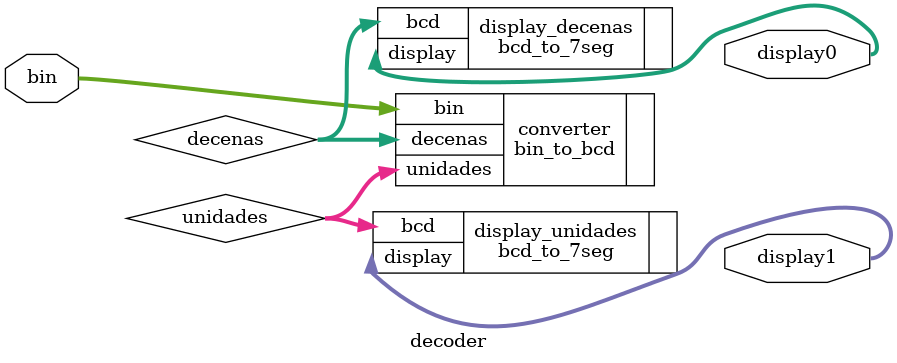
<source format=sv>
/*
Tabla de Verdad utilizada

| Binary input    |         BCD       | 
|-----------------|-------------------|
| 0000 (0)        | 0000 0000 (00)    |
| 0001 (1)        | 0000 0001 (01)    |
| 0010 (2)        | 0000 0010 (02)    |
| 0011 (3)        | 0000 0011 (03)    |
| 0100 (4)        | 0000 0100 (04)    |
| 0101 (5)        | 0000 0101 (05)    |
| 0110 (6)        | 0000 0110 (06)    |
| 0111 (7)        | 0000 0111 (07)    |
| 1000 (8)        | 0000 1000 (08)    |
| 1001 (9)        | 0000 1001 (09)    |
| 1010 (10)       | 0001 0000 (10)    |
| 1011 (11)       | 0001 0001 (11)    |
| 1100 (12)       | 0001 0010 (12)    |
| 1101 (13)       | 0001 0011 (13)    |
| 1110 (14)       | 0001 0100 (14)    |
| 1111 (15)       | 0001 0101 (15)    | Maximo valor posible es 15 por cantidad de bits =>4
*/


module decoder(
    input logic [3:0] bin,
    output logic [6:0] display0,
    output logic [6:0] display1
);

    logic [3:0] decenas, unidades;

    bin_to_bcd converter(
        .bin(bin),
        .decenas(decenas),
        .unidades(unidades)
    );

    bcd_to_7seg display_decenas(
        .bcd(decenas),
        .display(display0)
    );

    bcd_to_7seg display_unidades(
        .bcd(unidades),
        .display(display1)
    );

endmodule



</source>
